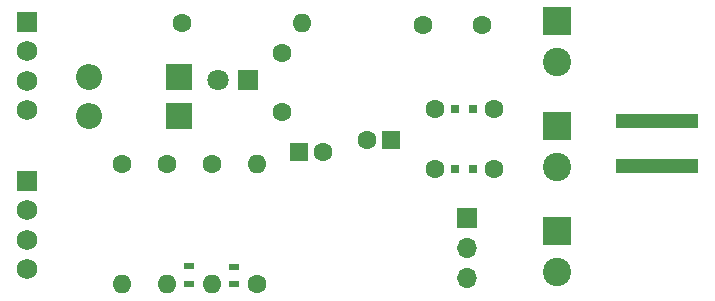
<source format=gbr>
G04 #@! TF.GenerationSoftware,KiCad,Pcbnew,5.0.0*
G04 #@! TF.CreationDate,2018-08-13T20:41:57+02:00*
G04 #@! TF.ProjectId,bobbycar,626F6262796361722E6B696361645F70,rev?*
G04 #@! TF.SameCoordinates,Original*
G04 #@! TF.FileFunction,Soldermask,Bot*
G04 #@! TF.FilePolarity,Negative*
%FSLAX46Y46*%
G04 Gerber Fmt 4.6, Leading zero omitted, Abs format (unit mm)*
G04 Created by KiCad (PCBNEW 5.0.0) date Mon Aug 13 20:41:57 2018*
%MOMM*%
%LPD*%
G01*
G04 APERTURE LIST*
%ADD10C,1.600000*%
%ADD11O,1.600000X1.600000*%
%ADD12R,0.900000X0.500000*%
%ADD13R,0.800000X0.750000*%
%ADD14O,2.200000X2.200000*%
%ADD15R,2.200000X2.200000*%
%ADD16R,1.700000X1.700000*%
%ADD17O,1.700000X1.700000*%
%ADD18R,1.600000X1.600000*%
%ADD19C,1.750000*%
%ADD20R,1.750000X1.750000*%
%ADD21R,2.400000X2.400000*%
%ADD22C,2.400000*%
%ADD23R,1.800000X1.800000*%
%ADD24C,1.800000*%
%ADD25R,7.000000X1.270000*%
G04 APERTURE END LIST*
D10*
G04 #@! TO.C,C2*
X139018000Y-100965000D03*
X144018000Y-100965000D03*
G04 #@! TD*
G04 #@! TO.C,C3*
X126111000Y-96139000D03*
X126111000Y-91139000D03*
G04 #@! TD*
G04 #@! TO.C,C4*
X143049000Y-88773000D03*
X138049000Y-88773000D03*
G04 #@! TD*
G04 #@! TO.C,C1*
X139001500Y-95885000D03*
X144001500Y-95885000D03*
G04 #@! TD*
D11*
G04 #@! TO.C,R2*
X123952000Y-100584000D03*
D10*
X123952000Y-110744000D03*
G04 #@! TD*
D12*
G04 #@! TO.C,R7*
X122047000Y-110744000D03*
X122047000Y-109244000D03*
G04 #@! TD*
G04 #@! TO.C,R6*
X118237000Y-110720000D03*
X118237000Y-109220000D03*
G04 #@! TD*
D13*
G04 #@! TO.C,C7*
X140740000Y-95885000D03*
X142240000Y-95885000D03*
G04 #@! TD*
G04 #@! TO.C,C8*
X140740000Y-100965000D03*
X142240000Y-100965000D03*
G04 #@! TD*
D14*
G04 #@! TO.C,D1*
X109728000Y-93218000D03*
D15*
X117348000Y-93218000D03*
G04 #@! TD*
G04 #@! TO.C,D2*
X117348000Y-96520000D03*
D14*
X109728000Y-96520000D03*
G04 #@! TD*
D16*
G04 #@! TO.C,UART1*
X141732000Y-105156000D03*
D17*
X141732000Y-107696000D03*
X141732000Y-110236000D03*
G04 #@! TD*
D10*
G04 #@! TO.C,R1*
X120142000Y-100584000D03*
D11*
X120142000Y-110744000D03*
G04 #@! TD*
D10*
G04 #@! TO.C,R3*
X117602000Y-88646000D03*
D11*
X127762000Y-88646000D03*
G04 #@! TD*
G04 #@! TO.C,R4*
X112522000Y-110744000D03*
D10*
X112522000Y-100584000D03*
G04 #@! TD*
G04 #@! TO.C,R5*
X116332000Y-100584000D03*
D11*
X116332000Y-110744000D03*
G04 #@! TD*
D10*
G04 #@! TO.C,C5*
X129540000Y-99568000D03*
D18*
X127540000Y-99568000D03*
G04 #@! TD*
G04 #@! TO.C,C6*
X135318500Y-98552000D03*
D10*
X133318500Y-98552000D03*
G04 #@! TD*
D19*
G04 #@! TO.C,J1*
X104521000Y-96019000D03*
X104521000Y-93519000D03*
X104521000Y-91019000D03*
D20*
X104521000Y-88519000D03*
G04 #@! TD*
G04 #@! TO.C,J2*
X104521000Y-101981000D03*
D19*
X104521000Y-104481000D03*
X104521000Y-106981000D03*
X104521000Y-109481000D03*
G04 #@! TD*
D21*
G04 #@! TO.C,J4*
X149352000Y-106228000D03*
D22*
X149352000Y-109728000D03*
G04 #@! TD*
G04 #@! TO.C,J5*
X149352000Y-91948000D03*
D21*
X149352000Y-88448000D03*
G04 #@! TD*
G04 #@! TO.C,J3*
X149352000Y-97338000D03*
D22*
X149352000Y-100838000D03*
G04 #@! TD*
D23*
G04 #@! TO.C,D3*
X123190000Y-93472000D03*
D24*
X120650000Y-93472000D03*
G04 #@! TD*
D25*
G04 #@! TO.C,J6*
X157792800Y-96906000D03*
X157792800Y-100706000D03*
G04 #@! TD*
M02*

</source>
